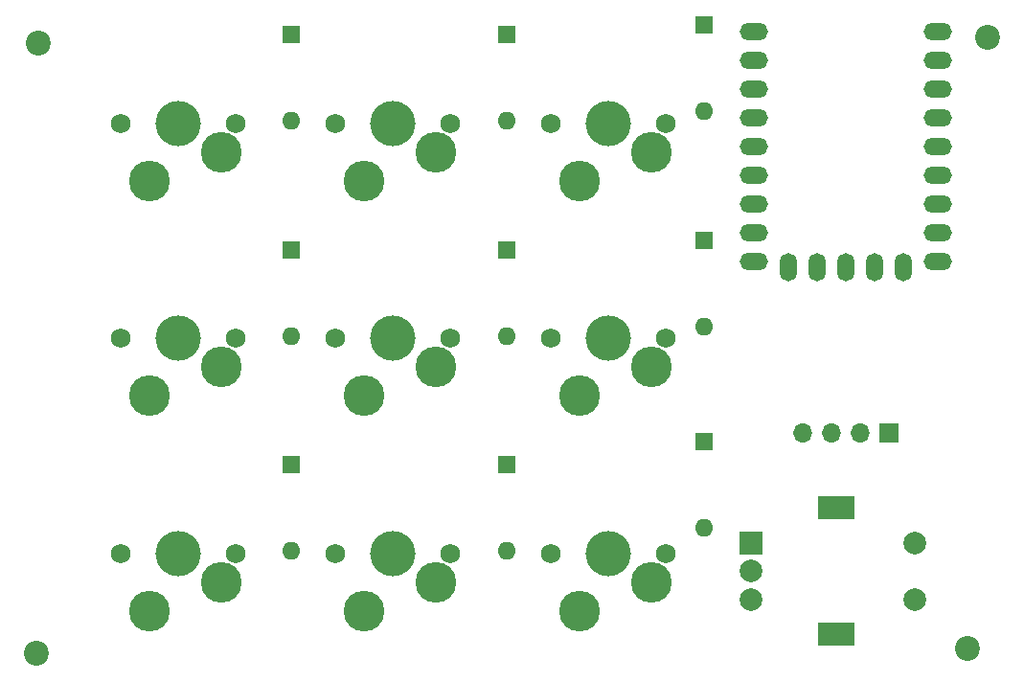
<source format=gts>
G04 #@! TF.GenerationSoftware,KiCad,Pcbnew,8.0.4*
G04 #@! TF.CreationDate,2024-08-26T00:37:18+05:30*
G04 #@! TF.ProjectId,CoryDora,436f7279-446f-4726-912e-6b696361645f,rev?*
G04 #@! TF.SameCoordinates,Original*
G04 #@! TF.FileFunction,Soldermask,Top*
G04 #@! TF.FilePolarity,Negative*
%FSLAX46Y46*%
G04 Gerber Fmt 4.6, Leading zero omitted, Abs format (unit mm)*
G04 Created by KiCad (PCBNEW 8.0.4) date 2024-08-26 00:37:18*
%MOMM*%
%LPD*%
G01*
G04 APERTURE LIST*
%ADD10C,2.200000*%
%ADD11C,1.750000*%
%ADD12C,4.000000*%
%ADD13C,3.600000*%
%ADD14R,2.000000X2.000000*%
%ADD15C,2.000000*%
%ADD16R,3.200000X2.000000*%
%ADD17R,1.700000X1.700000*%
%ADD18O,1.700000X1.700000*%
%ADD19R,1.600000X1.600000*%
%ADD20O,1.600000X1.600000*%
%ADD21O,2.500000X1.500000*%
%ADD22O,1.500000X2.500000*%
G04 APERTURE END LIST*
D10*
X166395400Y-142417262D03*
D11*
X120725000Y-95983262D03*
D12*
X115645000Y-95983262D03*
D11*
X110565000Y-95983262D03*
D13*
X119455000Y-98523262D03*
X113105000Y-101063262D03*
D11*
X139725000Y-95983262D03*
D12*
X134645000Y-95983262D03*
D11*
X129565000Y-95983262D03*
D13*
X138455000Y-98523262D03*
X132105000Y-101063262D03*
D10*
X84150200Y-142849062D03*
D14*
X147293400Y-133083462D03*
D15*
X147293400Y-138083462D03*
X147293400Y-135583462D03*
D16*
X154793400Y-129983462D03*
X154793400Y-141183462D03*
D15*
X161793400Y-138083462D03*
X161793400Y-133083462D03*
D11*
X101725000Y-95983262D03*
D12*
X96645000Y-95983262D03*
D11*
X91565000Y-95983262D03*
D13*
X100455000Y-98523262D03*
X94105000Y-101063262D03*
D10*
X84277200Y-88874062D03*
D11*
X120725000Y-134033262D03*
D12*
X115645000Y-134033262D03*
D11*
X110565000Y-134033262D03*
D13*
X119455000Y-136573262D03*
X113105000Y-139113262D03*
D11*
X101725000Y-114983262D03*
D12*
X96645000Y-114983262D03*
D11*
X91565000Y-114983262D03*
D13*
X100455000Y-117523262D03*
X94105000Y-120063262D03*
D11*
X101725000Y-134033262D03*
D12*
X96645000Y-134033262D03*
D11*
X91565000Y-134033262D03*
D13*
X100455000Y-136573262D03*
X94105000Y-139113262D03*
D11*
X139725000Y-114983262D03*
D12*
X134645000Y-114983262D03*
D11*
X129565000Y-114983262D03*
D13*
X138455000Y-117523262D03*
X132105000Y-120063262D03*
D11*
X139725000Y-134033262D03*
D12*
X134645000Y-134033262D03*
D11*
X129565000Y-134033262D03*
D13*
X138455000Y-136573262D03*
X132105000Y-139113262D03*
D17*
X159445000Y-123383262D03*
D18*
X156905000Y-123383262D03*
X154365000Y-123383262D03*
X151825000Y-123383262D03*
D10*
X168148000Y-88391462D03*
D11*
X120725000Y-114983262D03*
D12*
X115645000Y-114983262D03*
D11*
X110565000Y-114983262D03*
D13*
X119455000Y-117523262D03*
X113105000Y-120063262D03*
D19*
X125645000Y-107173262D03*
D20*
X125645000Y-114793262D03*
D19*
X143125932Y-87312816D03*
D20*
X143125932Y-94932816D03*
D19*
X106645000Y-107173262D03*
D20*
X106645000Y-114793262D03*
D19*
X143125932Y-124122816D03*
D20*
X143125932Y-131742816D03*
D19*
X106645000Y-88173262D03*
D20*
X106645000Y-95793262D03*
D19*
X125645000Y-126173262D03*
D20*
X125645000Y-133793262D03*
D19*
X125645000Y-88173262D03*
D20*
X125645000Y-95793262D03*
D19*
X143125932Y-106312816D03*
D20*
X143125932Y-113932816D03*
D21*
X147525000Y-87887153D03*
X147525000Y-90427153D03*
X147525000Y-92967153D03*
X147525000Y-95507153D03*
X147525000Y-98047153D03*
X147525000Y-100587153D03*
X147525000Y-103127153D03*
X147525000Y-105667153D03*
X147525000Y-108207153D03*
D22*
X150565000Y-108707153D03*
X153105000Y-108707153D03*
X155645000Y-108707153D03*
X158185000Y-108707153D03*
X160725000Y-108707153D03*
D21*
X163765000Y-108207153D03*
X163765000Y-105667153D03*
X163765000Y-103127153D03*
X163765000Y-100587153D03*
X163765000Y-98047153D03*
X163765000Y-95507153D03*
X163765000Y-92967153D03*
X163765000Y-90427153D03*
X163765000Y-87887153D03*
D19*
X106645000Y-126173262D03*
D20*
X106645000Y-133793262D03*
M02*

</source>
